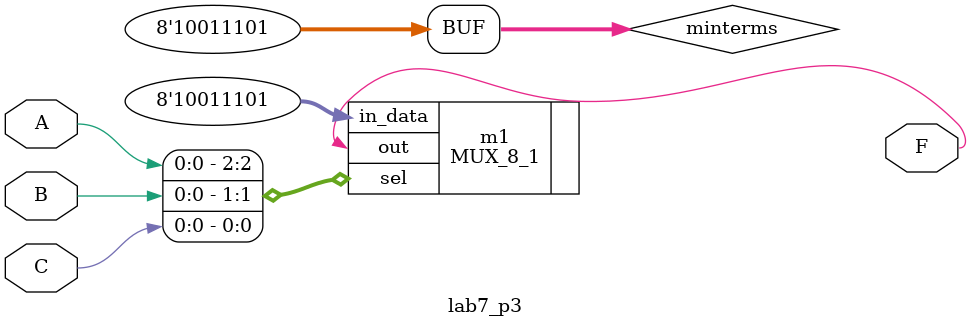
<source format=v>
`timescale 1ns / 1ps


module lab7_p3(
    input A,B,C,
    output F
    );
    wire[7:0] minterms;
    assign minterms = 8'b10011101;
    MUX_8_1 m1(.in_data(minterms), .sel({A,B,C}), .out(F));
endmodule

</source>
